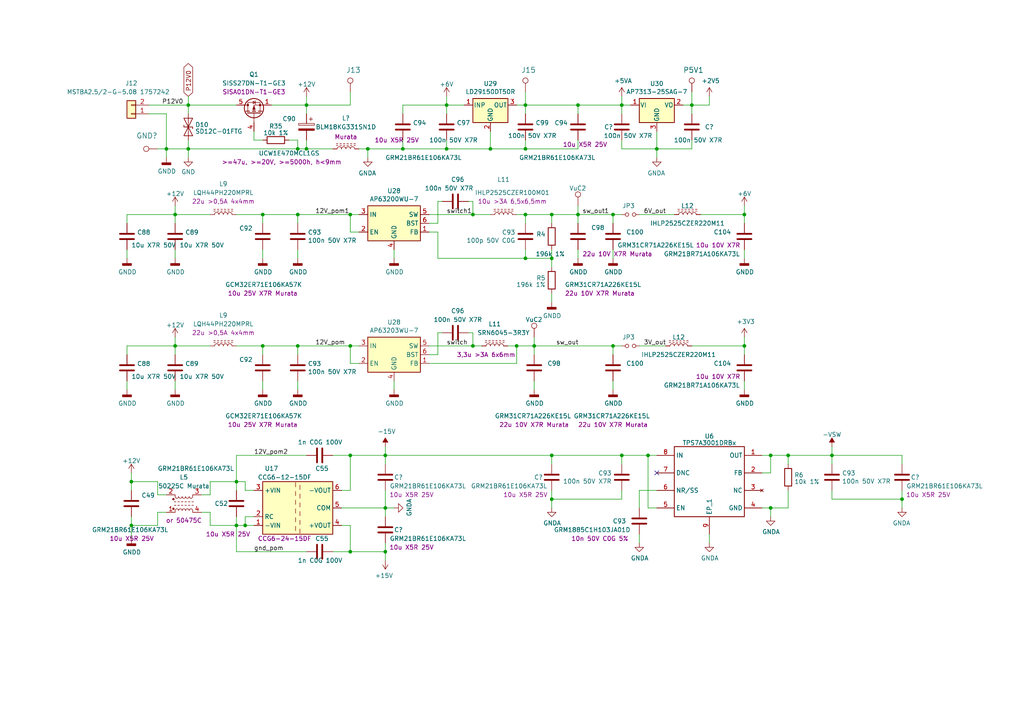
<source format=kicad_sch>
(kicad_sch (version 20230121) (generator eeschema)
  (paper "A4")
  (title_block (title "MOT coils current 100A controller ") (date "2023-11-27") (rev "2_Artiq") (company "Nicolaus Copernicus University in Toruń") (comment 1 "KL FAMO") (comment 2 "Kasli / Sinara compatible version") (comment 4 "designed by Adam Ledziński"))
  (junction (at 152.4 62.23))
  (junction (at 76.2 100.33))
  (junction (at 190.5 43.18))
  (junction (at 160.02 74.93))
  (junction (at 54.61 30.48))
  (junction (at 223.52 132.08))
  (junction (at 116.84 43.18))
  (junction (at 177.8 100.33))
  (junction (at 38.1 139.7))
  (junction (at 68.58 139.7))
  (junction (at 160.02 144.78))
  (junction (at 149.86 100.33))
  (junction (at 88.9 43.18))
  (junction (at 129.54 43.18))
  (junction (at 86.36 100.33))
  (junction (at 71.12 152.4))
  (junction (at 50.8 100.33))
  (junction (at 101.6 100.33))
  (junction (at 137.16 62.23))
  (junction (at 180.34 30.48))
  (junction (at 76.2 62.23))
  (junction (at 160.02 62.23))
  (junction (at 167.64 62.23))
  (junction (at 241.3 132.08))
  (junction (at 68.58 152.4))
  (junction (at 177.8 62.23))
  (junction (at 101.6 132.08))
  (junction (at 154.94 100.33))
  (junction (at 111.76 147.32))
  (junction (at 137.16 100.33))
  (junction (at 160.02 132.08))
  (junction (at 86.36 43.18))
  (junction (at 38.1 152.4))
  (junction (at 111.76 132.08))
  (junction (at 167.64 30.48))
  (junction (at 106.68 43.18))
  (junction (at 111.76 160.02))
  (junction (at 223.52 147.32))
  (junction (at 228.6 132.08))
  (junction (at 200.66 30.48))
  (junction (at 101.6 62.23))
  (junction (at 261.62 144.78))
  (junction (at 101.6 160.02))
  (junction (at 86.36 62.23))
  (junction (at 48.26 43.18))
  (junction (at 215.9 62.23))
  (junction (at 180.34 132.08))
  (junction (at 50.8 62.23))
  (junction (at 88.9 30.48))
  (junction (at 152.4 30.48))
  (junction (at 187.96 132.08))
  (junction (at 215.9 100.33))
  (junction (at 54.61 43.18))
  (junction (at 152.4 74.93))
  (junction (at 129.54 30.48))
  (junction (at 152.4 43.18))
  (junction (at 142.24 43.18))
  (no_connect (at 190.5 137.16))
  (wire (pts (xy 111.76 142.24) (xy 111.76 147.32)))
  (wire (pts (xy 129.54 30.48) (xy 129.54 33.02)))
  (wire (pts (xy 127 74.93) (xy 152.4 74.93)))
  (wire (pts (xy 180.34 100.33) (xy 177.8 100.33)))
  (wire (pts (xy 223.52 147.32) (xy 223.52 149.86)))
  (wire (pts (xy 205.74 154.94) (xy 205.74 157.48)))
  (wire (pts (xy 86.36 64.77) (xy 86.36 62.23)))
  (wire (pts (xy 190.5 43.18) (xy 200.66 43.18)))
  (wire (pts (xy 160.02 62.23) (xy 160.02 64.77)))
  (wire (pts (xy 241.3 132.08) (xy 261.62 132.08)))
  (wire (pts (xy 152.4 30.48) (xy 167.64 30.48)))
  (wire (pts (xy 71.12 142.24) (xy 71.12 139.7)))
  (wire (pts (xy 54.61 30.48) (xy 54.61 33.02)))
  (wire (pts (xy 101.6 62.23) (xy 104.14 62.23)))
  (wire (pts (xy 139.7 100.33) (xy 137.16 100.33)))
  (wire (pts (xy 149.86 105.41) (xy 149.86 100.33)))
  (wire (pts (xy 76.2 64.77) (xy 76.2 62.23)))
  (wire (pts (xy 68.58 139.7) (xy 68.58 142.24)))
  (wire (pts (xy 54.61 43.18) (xy 48.26 43.18)))
  (wire (pts (xy 160.02 132.08) (xy 160.02 134.62)))
  (wire (pts (xy 111.76 147.32) (xy 114.3 147.32)))
  (wire (pts (xy 167.64 72.39) (xy 167.64 74.93)))
  (wire (pts (xy 111.76 132.08) (xy 101.6 132.08)))
  (wire (pts (xy 48.26 148.59) (xy 45.72 148.59)))
  (wire (pts (xy 185.42 100.33) (xy 193.04 100.33)))
  (wire (pts (xy 128.27 96.52) (xy 127 96.52)))
  (wire (pts (xy 68.58 160.02) (xy 88.9 160.02)))
  (wire (pts (xy 114.3 113.03) (xy 114.3 110.49)))
  (wire (pts (xy 154.94 100.33) (xy 154.94 102.87)))
  (wire (pts (xy 36.83 113.03) (xy 36.83 110.49)))
  (wire (pts (xy 215.9 59.69) (xy 215.9 62.23)))
  (wire (pts (xy 185.42 147.32) (xy 185.42 142.24)))
  (wire (pts (xy 38.1 139.7) (xy 45.72 139.7)))
  (wire (pts (xy 86.36 102.87) (xy 86.36 100.33)))
  (wire (pts (xy 96.52 160.02) (xy 101.6 160.02)))
  (wire (pts (xy 124.46 62.23) (xy 137.16 62.23)))
  (wire (pts (xy 54.61 43.18) (xy 86.36 43.18)))
  (wire (pts (xy 99.06 147.32) (xy 111.76 147.32)))
  (wire (pts (xy 215.9 100.33) (xy 215.9 97.79)))
  (wire (pts (xy 54.61 43.18) (xy 54.61 40.64)))
  (wire (pts (xy 50.8 100.33) (xy 36.83 100.33)))
  (wire (pts (xy 111.76 147.32) (xy 111.76 149.86)))
  (wire (pts (xy 101.6 100.33) (xy 104.14 100.33)))
  (wire (pts (xy 223.52 132.08) (xy 223.52 137.16)))
  (wire (pts (xy 180.34 62.23) (xy 177.8 62.23)))
  (wire (pts (xy 88.9 27.94) (xy 88.9 30.48)))
  (wire (pts (xy 152.4 30.48) (xy 152.4 33.02)))
  (wire (pts (xy 228.6 132.08) (xy 241.3 132.08)))
  (wire (pts (xy 200.66 100.33) (xy 215.9 100.33)))
  (wire (pts (xy 200.66 43.18) (xy 200.66 40.64)))
  (wire (pts (xy 149.86 62.23) (xy 152.4 62.23)))
  (wire (pts (xy 68.58 152.4) (xy 68.58 160.02)))
  (wire (pts (xy 106.68 45.72) (xy 106.68 43.18)))
  (wire (pts (xy 86.36 113.03) (xy 86.36 110.49)))
  (wire (pts (xy 101.6 105.41) (xy 101.6 100.33)))
  (wire (pts (xy 48.26 33.02) (xy 48.26 43.18)))
  (wire (pts (xy 137.16 58.42) (xy 135.89 58.42)))
  (wire (pts (xy 160.02 85.09) (xy 160.02 87.63)))
  (wire (pts (xy 73.66 38.1) (xy 73.66 40.64)))
  (wire (pts (xy 111.76 129.54) (xy 111.76 132.08)))
  (wire (pts (xy 50.8 100.33) (xy 60.96 100.33)))
  (wire (pts (xy 142.24 43.18) (xy 142.24 38.1)))
  (wire (pts (xy 86.36 40.64) (xy 86.36 43.18)))
  (wire (pts (xy 180.34 43.18) (xy 190.5 43.18)))
  (wire (pts (xy 68.58 152.4) (xy 71.12 152.4)))
  (wire (pts (xy 54.61 27.94) (xy 54.61 30.48)))
  (wire (pts (xy 220.98 147.32) (xy 223.52 147.32)))
  (wire (pts (xy 60.96 143.51) (xy 60.96 139.7)))
  (wire (pts (xy 50.8 113.03) (xy 50.8 110.49)))
  (wire (pts (xy 50.8 59.69) (xy 50.8 62.23)))
  (wire (pts (xy 124.46 105.41) (xy 149.86 105.41)))
  (wire (pts (xy 215.9 113.03) (xy 215.9 110.49)))
  (wire (pts (xy 200.66 30.48) (xy 198.12 30.48)))
  (wire (pts (xy 50.8 62.23) (xy 60.96 62.23)))
  (wire (pts (xy 111.76 134.62) (xy 111.76 132.08)))
  (wire (pts (xy 50.8 97.79) (xy 50.8 100.33)))
  (wire (pts (xy 160.02 62.23) (xy 167.64 62.23)))
  (wire (pts (xy 68.58 152.4) (xy 68.58 149.86)))
  (wire (pts (xy 129.54 40.64) (xy 129.54 43.18)))
  (wire (pts (xy 177.8 113.03) (xy 177.8 110.49)))
  (wire (pts (xy 137.16 96.52) (xy 135.89 96.52)))
  (wire (pts (xy 38.1 152.4) (xy 38.1 156.21)))
  (wire (pts (xy 154.94 97.79) (xy 154.94 100.33)))
  (wire (pts (xy 73.66 40.64) (xy 76.2 40.64)))
  (wire (pts (xy 104.14 105.41) (xy 101.6 105.41)))
  (wire (pts (xy 76.2 102.87) (xy 76.2 100.33)))
  (wire (pts (xy 180.34 134.62) (xy 180.34 132.08)))
  (wire (pts (xy 111.76 160.02) (xy 101.6 160.02)))
  (wire (pts (xy 99.06 142.24) (xy 101.6 142.24)))
  (wire (pts (xy 167.64 30.48) (xy 167.64 33.02)))
  (wire (pts (xy 180.34 40.64) (xy 180.34 43.18)))
  (wire (pts (xy 86.36 74.93) (xy 86.36 72.39)))
  (wire (pts (xy 68.58 132.08) (xy 88.9 132.08)))
  (wire (pts (xy 38.1 139.7) (xy 38.1 142.24)))
  (wire (pts (xy 127 96.52) (xy 127 102.87)))
  (wire (pts (xy 124.46 67.31) (xy 127 67.31)))
  (wire (pts (xy 200.66 33.02) (xy 200.66 30.48)))
  (wire (pts (xy 45.72 148.59) (xy 45.72 152.4)))
  (wire (pts (xy 223.52 137.16) (xy 220.98 137.16)))
  (wire (pts (xy 167.64 59.69) (xy 167.64 62.23)))
  (wire (pts (xy 60.96 148.59) (xy 58.42 148.59)))
  (wire (pts (xy 190.5 38.1) (xy 190.5 43.18)))
  (wire (pts (xy 111.76 160.02) (xy 111.76 162.56)))
  (wire (pts (xy 86.36 100.33) (xy 101.6 100.33)))
  (wire (pts (xy 127 67.31) (xy 127 74.93)))
  (wire (pts (xy 106.68 43.18) (xy 104.14 43.18)))
  (wire (pts (xy 142.24 62.23) (xy 137.16 62.23)))
  (wire (pts (xy 177.8 62.23) (xy 177.8 64.77)))
  (wire (pts (xy 160.02 132.08) (xy 180.34 132.08)))
  (wire (pts (xy 215.9 74.93) (xy 215.9 72.39)))
  (wire (pts (xy 111.76 132.08) (xy 160.02 132.08)))
  (wire (pts (xy 152.4 74.93) (xy 160.02 74.93)))
  (wire (pts (xy 167.64 40.64) (xy 167.64 43.18)))
  (wire (pts (xy 241.3 129.54) (xy 241.3 132.08)))
  (wire (pts (xy 101.6 132.08) (xy 101.6 142.24)))
  (wire (pts (xy 45.72 43.18) (xy 48.26 43.18)))
  (wire (pts (xy 116.84 33.02) (xy 116.84 30.48)))
  (wire (pts (xy 261.62 132.08) (xy 261.62 134.62)))
  (wire (pts (xy 45.72 139.7) (xy 45.72 143.51)))
  (wire (pts (xy 128.27 58.42) (xy 127 58.42)))
  (wire (pts (xy 54.61 30.48) (xy 68.58 30.48)))
  (wire (pts (xy 152.4 40.64) (xy 152.4 43.18)))
  (wire (pts (xy 228.6 132.08) (xy 228.6 134.62)))
  (wire (pts (xy 177.8 100.33) (xy 177.8 102.87)))
  (wire (pts (xy 177.8 62.23) (xy 167.64 62.23)))
  (wire (pts (xy 137.16 96.52) (xy 137.16 100.33)))
  (wire (pts (xy 241.3 144.78) (xy 241.3 142.24)))
  (wire (pts (xy 185.42 62.23) (xy 195.58 62.23)))
  (wire (pts (xy 50.8 100.33) (xy 50.8 102.87)))
  (wire (pts (xy 76.2 74.93) (xy 76.2 72.39)))
  (wire (pts (xy 78.74 30.48) (xy 88.9 30.48)))
  (wire (pts (xy 129.54 30.48) (xy 134.62 30.48)))
  (wire (pts (xy 167.64 43.18) (xy 152.4 43.18)))
  (wire (pts (xy 104.14 67.31) (xy 101.6 67.31)))
  (wire (pts (xy 261.62 142.24) (xy 261.62 144.78)))
  (wire (pts (xy 203.2 62.23) (xy 215.9 62.23)))
  (wire (pts (xy 114.3 74.93) (xy 114.3 72.39)))
  (wire (pts (xy 86.36 62.23) (xy 101.6 62.23)))
  (wire (pts (xy 88.9 43.18) (xy 96.52 43.18)))
  (wire (pts (xy 58.42 143.51) (xy 60.96 143.51)))
  (wire (pts (xy 48.26 33.02) (xy 43.18 33.02)))
  (wire (pts (xy 73.66 149.86) (xy 71.12 149.86)))
  (wire (pts (xy 54.61 45.72) (xy 54.61 43.18)))
  (wire (pts (xy 152.4 43.18) (xy 142.24 43.18)))
  (wire (pts (xy 223.52 147.32) (xy 228.6 147.32)))
  (wire (pts (xy 167.64 62.23) (xy 167.64 64.77)))
  (wire (pts (xy 68.58 139.7) (xy 68.58 132.08)))
  (wire (pts (xy 68.58 152.4) (xy 60.96 152.4)))
  (wire (pts (xy 177.8 74.93) (xy 177.8 72.39)))
  (wire (pts (xy 88.9 30.48) (xy 101.6 30.48)))
  (wire (pts (xy 228.6 147.32) (xy 228.6 142.24)))
  (wire (pts (xy 76.2 100.33) (xy 86.36 100.33)))
  (wire (pts (xy 223.52 132.08) (xy 228.6 132.08)))
  (wire (pts (xy 152.4 62.23) (xy 160.02 62.23)))
  (wire (pts (xy 68.58 100.33) (xy 76.2 100.33)))
  (wire (pts (xy 152.4 30.48) (xy 149.86 30.48)))
  (wire (pts (xy 38.1 149.86) (xy 38.1 152.4)))
  (wire (pts (xy 180.34 144.78) (xy 180.34 142.24)))
  (wire (pts (xy 76.2 113.03) (xy 76.2 110.49)))
  (wire (pts (xy 160.02 144.78) (xy 160.02 147.32)))
  (wire (pts (xy 116.84 30.48) (xy 129.54 30.48)))
  (wire (pts (xy 215.9 100.33) (xy 215.9 102.87)))
  (wire (pts (xy 205.74 27.94) (xy 205.74 30.48)))
  (wire (pts (xy 99.06 152.4) (xy 101.6 152.4)))
  (wire (pts (xy 96.52 132.08) (xy 101.6 132.08)))
  (wire (pts (xy 45.72 143.51) (xy 48.26 143.51)))
  (wire (pts (xy 137.16 58.42) (xy 137.16 62.23)))
  (wire (pts (xy 160.02 144.78) (xy 180.34 144.78)))
  (wire (pts (xy 215.9 62.23) (xy 215.9 64.77)))
  (wire (pts (xy 88.9 43.18) (xy 86.36 43.18)))
  (wire (pts (xy 185.42 142.24) (xy 190.5 142.24)))
  (wire (pts (xy 261.62 144.78) (xy 241.3 144.78)))
  (wire (pts (xy 190.5 147.32) (xy 187.96 147.32)))
  (wire (pts (xy 241.3 134.62) (xy 241.3 132.08)))
  (wire (pts (xy 220.98 132.08) (xy 223.52 132.08)))
  (wire (pts (xy 101.6 160.02) (xy 101.6 152.4)))
  (wire (pts (xy 50.8 74.93) (xy 50.8 72.39)))
  (wire (pts (xy 187.96 132.08) (xy 190.5 132.08)))
  (wire (pts (xy 152.4 26.67) (xy 152.4 30.48)))
  (wire (pts (xy 187.96 147.32) (xy 187.96 132.08)))
  (wire (pts (xy 106.68 43.18) (xy 116.84 43.18)))
  (wire (pts (xy 180.34 27.94) (xy 180.34 30.48)))
  (wire (pts (xy 154.94 110.49) (xy 154.94 113.03)))
  (wire (pts (xy 71.12 139.7) (xy 68.58 139.7)))
  (wire (pts (xy 167.64 30.48) (xy 180.34 30.48)))
  (wire (pts (xy 38.1 137.16) (xy 38.1 139.7)))
  (wire (pts (xy 127 102.87) (xy 124.46 102.87)))
  (wire (pts (xy 111.76 157.48) (xy 111.76 160.02)))
  (wire (pts (xy 101.6 30.48) (xy 101.6 26.67)))
  (wire (pts (xy 73.66 142.24) (xy 71.12 142.24)))
  (wire (pts (xy 127 58.42) (xy 127 64.77)))
  (wire (pts (xy 60.96 152.4) (xy 60.96 148.59)))
  (wire (pts (xy 152.4 72.39) (xy 152.4 74.93)))
  (wire (pts (xy 124.46 100.33) (xy 137.16 100.33)))
  (wire (pts (xy 154.94 100.33) (xy 149.86 100.33)))
  (wire (pts (xy 160.02 72.39) (xy 160.02 74.93)))
  (wire (pts (xy 36.83 100.33) (xy 36.83 102.87)))
  (wire (pts (xy 152.4 62.23) (xy 152.4 64.77)))
  (wire (pts (xy 88.9 33.02) (xy 88.9 30.48)))
  (wire (pts (xy 149.86 100.33) (xy 147.32 100.33)))
  (wire (pts (xy 200.66 30.48) (xy 205.74 30.48)))
  (wire (pts (xy 190.5 43.18) (xy 190.5 45.72)))
  (wire (pts (xy 116.84 43.18) (xy 129.54 43.18)))
  (wire (pts (xy 185.42 154.94) (xy 185.42 157.48)))
  (wire (pts (xy 36.83 74.93) (xy 36.83 72.39)))
  (wire (pts (xy 60.96 139.7) (xy 68.58 139.7)))
  (wire (pts (xy 45.72 152.4) (xy 38.1 152.4)))
  (wire (pts (xy 50.8 62.23) (xy 50.8 64.77)))
  (wire (pts (xy 160.02 74.93) (xy 160.02 77.47)))
  (wire (pts (xy 127 64.77) (xy 124.46 64.77)))
  (wire (pts (xy 129.54 27.94) (xy 129.54 30.48)))
  (wire (pts (xy 116.84 43.18) (xy 116.84 40.64)))
  (wire (pts (xy 200.66 30.48) (xy 200.66 26.67)))
  (wire (pts (xy 50.8 62.23) (xy 36.83 62.23)))
  (wire (pts (xy 101.6 67.31) (xy 101.6 62.23)))
  (wire (pts (xy 71.12 149.86) (xy 71.12 152.4)))
  (wire (pts (xy 43.18 30.48) (xy 54.61 30.48)))
  (wire (pts (xy 160.02 142.24) (xy 160.02 144.78)))
  (wire (pts (xy 83.82 40.64) (xy 86.36 40.64)))
  (wire (pts (xy 261.62 144.78) (xy 261.62 147.32)))
  (wire (pts (xy 180.34 33.02) (xy 180.34 30.48)))
  (wire (pts (xy 76.2 62.23) (xy 86.36 62.23)))
  (wire (pts (xy 88.9 40.64) (xy 88.9 43.18)))
  (wire (pts (xy 129.54 43.18) (xy 142.24 43.18)))
  (wire (pts (xy 36.83 62.23) (xy 36.83 64.77)))
  (wire (pts (xy 48.26 43.18) (xy 48.26 45.72)))
  (wire (pts (xy 71.12 152.4) (xy 73.66 152.4)))
  (wire (pts (xy 180.34 132.08) (xy 187.96 132.08)))
  (wire (pts (xy 177.8 100.33) (xy 154.94 100.33)))
  (wire (pts (xy 68.58 62.23) (xy 76.2 62.23)))
  (wire (pts (xy 180.34 30.48) (xy 182.88 30.48)))
  (label "12V_pom" (at 91.44 100.33 0))
  (label "3V_out" (at 186.69 100.33 0))
  (label "sw_out" (at 161.29 100.33 0))
  (label "12V_pom1" (at 91.44 62.23 0))
  (label "sw_out1" (at 168.91 62.23 0))
  (label "gnd_pom" (at 73.66 160.02 0))
  (label "switch" (at 129.54 100.33 0))
  (label "P12V0" (at 46.99 30.48 0))
  (label "switch1" (at 129.54 62.23 0))
  (label "6V_out" (at 186.69 62.23 0))
  (label "12V_pom2" (at 73.66 132.08 0))
  (global_label "P12V0" (shape bidirectional) (at 54.61 27.94 90) (property "Intersheetrefs" "${INTERSHEET_REFS}" (effects hide)))
  (symbol (lib_id "Connector_Generic:Conn_01x02") (at 38.1 33.02 180) (unit 1)
    (property "Reference" "J12" (at 38.1 24.13 0))
    (property "Value" "MSTBA2.5/2-G-5.08 1757242" (at 34.29 26.67 0))
    (property "Footprint" "Connector_Phoenix_MSTB:PhoenixContact_MSTBA_2,5_2-G-5,08_1x02_P5.08mm_Horizontal" (effects hide))
    (instances (project "c100AvA" (path "" (reference "J12") (unit 1))) (project "current100A_Artiq" (path "" (reference "J1") (unit 1))))
  )
  (symbol (lib_id "power:GNDA") (at 106.68 45.72 0) (mirror y) (unit 1)
    (property "Reference" "#PWR?" (effects hide))
    (property "Value" "GNDA" (at 106.553 50.2158 0))
    (instances (project "c100AvA" (path "" (reference "#PWR?") (unit 1)) (path "" (reference "#PWR0143") (unit 1))) (project "current100A_Artiq" (path "" (reference "#PWR018") (unit 1))))
  )
  (symbol (lib_id "power:GNDD") (at 48.26 45.72 0) (unit 1)
    (property "Reference" "#PWR0141" (effects hide))
    (property "Value" "GNDD" (at 48.387 49.6824 0))
    (instances (project "c100AvA" (path "" (reference "#PWR0141") (unit 1))) (project "current100A_Artiq" (path "" (reference "#PWR07") (unit 1))))
  )
  (symbol (lib_id "c100AvA-rescue:L_Core_Ferrite-Device") (at 100.33 43.18 90) (unit 1)
    (property "Reference" "L?" (at 100.33 34.29 90))
    (property "Value" "BLM18KG331SN1D" (at 100.33 36.83 90))
    (property "Footprint" "Inductor_SMD:L_0603_1608Metric" (effects hide))
    (property "Comm" "Murata" (at 100.33 39.7002 90))
    (instances (project "c100AvA" (path "" (reference "L?") (unit 1)) (path "" (reference "L?") (unit 1)) (path "" (reference "L10") (unit 1))) (project "current100A_Artiq" (path "" (reference "L4") (unit 1))))
  )
  (symbol (lib_id "Device:C") (at 116.84 36.83 0) (unit 1)
    (property "Reference" "C94" (at 119.761 35.6362 0) (effects (justify left)))
    (property "Value" "GRM21BR61E106KA73L" (at 111.76 45.72 0) (effects (justify left)))
    (property "Footprint" "Capacitor_SMD:C_0805_2012Metric" (effects hide))
    (property "Comm" "10u X5R 25V " (at 115.57 40.64 0))
    (instances (project "c100AvA" (path "" (reference "C94") (unit 1)) (path "" (reference "C?") (unit 1))) (project "current100A_Artiq" (path "" (reference "C18") (unit 1))))
  )
  (symbol (lib_id "Device:C") (at 129.54 36.83 180) (unit 1)
    (property "Reference" "C97" (at 132.461 35.6362 0) (effects (justify right)))
    (property "Value" "100n 50V X7R" (at 124.46 40.64 0) (effects (justify right)))
    (property "Footprint" "Capacitor_SMD:C_0603_1608Metric" (effects hide))
    (instances (project "c100AvA" (path "" (reference "C97") (unit 1)) (path "" (reference "C?") (unit 1))) (project "current100A_Artiq" (path "" (reference "C19") (unit 1))))
  )
  (symbol (lib_id "current100A-rescue:L7805-Regulator_Linear") (at 142.24 30.48 0) (unit 1)
    (property "Reference" "U29" (at 142.24 24.257 0))
    (property "Value" "LD29150DT50R" (at 142.24 26.6192 0))
    (property "Footprint" "Package_TO_SOT_SMD:TO-252-2" (effects hide))
    (property "Datasheet" "https://www.st.com/content/ccc/resource/technical/document/datasheet/cc/41/70/73/f5/e6/40/50/CD00003403.pdf/files/CD00003403.pdf/jcr:content/translations/en.CD00003403.pdf" (effects hide))
    (instances (project "c100AvA" (path "" (reference "U29") (unit 1)) (path "" (reference "U?") (unit 1))) (project "current100A_Artiq" (path "" (reference "U4") (unit 1))))
  )
  (symbol (lib_id "Device:C") (at 152.4 36.83 180) (unit 1)
    (property "Reference" "C99" (at 155.321 35.6362 0) (effects (justify right)))
    (property "Value" "100n 50V X7R" (at 147.32 39.37 0) (effects (justify right)))
    (property "Footprint" "Capacitor_SMD:C_0603_1608Metric" (effects hide))
    (instances (project "c100AvA" (path "" (reference "C99") (unit 1)) (path "" (reference "C?") (unit 1))) (project "current100A_Artiq" (path "" (reference "C22") (unit 1))))
  )
  (symbol (lib_id "Connector:TestPoint") (at 152.4 26.67 0) (unit 1)
    (property "Reference" "J15" (at 151.13 20.32 0) (effects (font (size 1.524 1.524)) (justify left)))
    (property "Value" "TestPoint" (effects hide))
    (property "Footprint" "TestPoint:TestPoint_THTPad_1.5x1.5mm_Drill0.7mm" (effects hide))
    (instances (project "c100AvA" (path "" (reference "J15") (unit 1)) (path "" (reference "J?") (unit 1))) (project "current100A_Artiq" (path "" (reference "P5V1") (unit 1))))
  )
  (symbol (lib_id "Connector:TestPoint") (at 101.6 26.67 0) (unit 1)
    (property "Reference" "J13" (at 100.33 20.32 0) (effects (font (size 1.524 1.524)) (justify left)))
    (property "Value" "TestPoint" (effects hide))
    (property "Footprint" "TestPoint:TestPoint_THTPad_1.5x1.5mm_Drill0.7mm" (effects hide))
    (instances (project "c100AvA" (path "" (reference "J13") (unit 1)) (path "" (reference "J?") (unit 1))) (project "current100A_Artiq" (path "" (reference "P12V1") (unit 1))))
  )
  (symbol (lib_id "Connector:TestPoint") (at 45.72 43.18 90) (unit 1)
    (property "Reference" "GND?" (at 45.72 39.37 90) (effects (font (size 1.524 1.524)) (justify left)))
    (property "Value" "PAD" (effects hide))
    (property "Footprint" "TestPoint:TestPoint_Bridge_Pitch2.54mm_Drill1.0mm" (effects hide))
    (instances (project "c100AvA" (path "" (reference "GND?") (unit 1)) (path "" (reference "GND1") (unit 1))) (project "current100A_Artiq" (path "" (reference "GND1") (unit 1))))
  )
  (symbol (lib_id "power:+5VA") (at 180.34 27.94 0) (unit 1)
    (property "Reference" "#PWR0148" (effects hide))
    (property "Value" "+5VA" (at 180.721 23.4442 0))
    (instances (project "c100AvA" (path "" (reference "#PWR0148") (unit 1))) (project "current100A_Artiq" (path "" (reference "#PWR031") (unit 1))))
  )
  (symbol (lib_id "Regulator_Linear:APE8865NR-25-HF-3") (at 190.5 30.48 0) (unit 1)
    (property "Reference" "U30" (at 190.5 24.257 0))
    (property "Value" "AP7313-25SAG-7" (at 190.5 26.6192 0))
    (property "Footprint" "Package_TO_SOT_SMD:SOT-23" (effects hide))
    (property "Datasheet" "https://www.tme.eu/Document/863c8cbcd42f90a36fcf1f70fe984947/AP7313.pdf" (effects hide))
    (instances (project "c100AvA" (path "" (reference "U30") (unit 1))) (project "current100A_Artiq" (path "" (reference "U5") (unit 1))))
  )
  (symbol (lib_id "Device:C") (at 180.34 36.83 180) (unit 1)
    (property "Reference" "C?" (at 177.8 36.83 0) (effects (justify left)))
    (property "Value" "100n 50V X7R" (at 189.23 39.37 0) (effects (justify left)))
    (property "Footprint" "Capacitor_SMD:C_0603_1608Metric" (effects hide))
    (instances (project "c100AvA" (path "" (reference "C?") (unit 1)) (path "" (reference "C?") (unit 1)) (path "" (reference "C?") (unit 1)) (path "" (reference "C?") (unit 1)) (path "" (reference "C102") (unit 1))) (project "current100A_Artiq" (path "" (reference "C30") (unit 1))))
  )
  (symbol (lib_id "Device:C") (at 200.66 36.83 180) (unit 1)
    (property "Reference" "C?" (at 207.01 36.83 0) (effects (justify left)))
    (property "Value" "100n 50V X7R" (at 209.55 40.64 0) (effects (justify left)))
    (property "Footprint" "Capacitor_SMD:C_0603_1608Metric" (effects hide))
    (instances (project "c100AvA" (path "" (reference "C?") (unit 1)) (path "" (reference "C?") (unit 1)) (path "" (reference "C?") (unit 1)) (path "" (reference "C?") (unit 1)) (path "" (reference "C105") (unit 1))) (project "current100A_Artiq" (path "" (reference "C33") (unit 1))))
  )
  (symbol (lib_id "power:GNDA") (at 190.5 45.72 0) (mirror y) (unit 1)
    (property "Reference" "#PWR?" (effects hide))
    (property "Value" "GNDA" (at 190.373 50.2158 0))
    (instances (project "c100AvA" (path "" (reference "#PWR?") (unit 1)) (path "" (reference "#PWR0150") (unit 1))) (project "current100A_Artiq" (path "" (reference "#PWR033") (unit 1))))
  )
  (symbol (lib_id "Connector:TestPoint") (at 200.66 26.67 0) (unit 1)
    (property "Reference" "P5V1" (at 198.12 20.32 0) (effects (font (size 1.524 1.524)) (justify left)))
    (property "Value" "TestPoint" (effects hide))
    (property "Footprint" "TestPoint:TestPoint_THTPad_1.5x1.5mm_Drill0.7mm" (effects hide))
    (instances (project "c100AvA" (path "" (reference "P5V1") (unit 1)) (path "" (reference "P5V?") (unit 1))) (project "current100A_Artiq" (path "" (reference "P2V1") (unit 1))))
  )
  (symbol (lib_id "power:+2V5") (at 205.74 27.94 0) (unit 1)
    (property "Reference" "#PWR0153" (effects hide))
    (property "Value" "+2V5" (at 206.121 23.4442 0))
    (instances (project "c100AvA" (path "" (reference "#PWR0153") (unit 1))) (project "current100A_Artiq" (path "" (reference "#PWR034") (unit 1))))
  )
  (symbol (lib_id "Device:C") (at 50.8 106.68 0) (unit 1)
    (property "Reference" "C89" (at 53.721 105.4862 0) (effects (justify left)))
    (property "Value" "10u X7R 50V" (at 52.07 109.22 0) (effects (justify left)))
    (property "Footprint" "Capacitor_SMD:C_1210_3225Metric" (effects hide))
    (property "Comm" "Murata GRM32ER71H106KA12L" (effects hide))
    (instances (project "c100AvA" (path "" (reference "C89") (unit 1)) (path "" (reference "C?") (unit 1)) (path "" (reference "C?") (unit 1))) (project "current100A_Artiq" (path "" (reference "C7") (unit 1))))
  )
  (symbol (lib_id "Device:C") (at 36.83 106.68 0) (unit 1)
    (property "Reference" "C88" (at 39.751 105.4862 0) (effects (justify left)))
    (property "Value" "10u X7R 50V" (at 38.1 109.22 0) (effects (justify left)))
    (property "Footprint" "Capacitor_SMD:C_1210_3225Metric" (effects hide))
    (property "Comm" "Murata GRM32ER71H106KA12L" (effects hide))
    (instances (project "c100AvA" (path "" (reference "C88") (unit 1)) (path "" (reference "C?") (unit 1)) (path "" (reference "C?") (unit 1))) (project "current100A_Artiq" (path "" (reference "C4") (unit 1))))
  )
  (symbol (lib_id "power:GNDD") (at 36.83 113.03 0) (unit 1)
    (property "Reference" "#PWR0133" (effects hide))
    (property "Value" "GNDD" (at 36.957 116.9924 0))
    (instances (project "c100AvA" (path "" (reference "#PWR0133") (unit 1)) (path "" (reference "#PWR?") (unit 1))) (project "current100A_Artiq" (path "" (reference "#PWR04") (unit 1))))
  )
  (symbol (lib_id "power:GNDD") (at 50.8 113.03 0) (unit 1)
    (property "Reference" "#PWR0135" (effects hide))
    (property "Value" "GNDD" (at 50.927 116.9924 0))
    (instances (project "c100AvA" (path "" (reference "#PWR0135") (unit 1)) (path "" (reference "#PWR?") (unit 1))) (project "current100A_Artiq" (path "" (reference "#PWR011") (unit 1))))
  )
  (symbol (lib_id "c100AvA-rescue:CP-Device") (at 88.9 36.83 0) (mirror y) (unit 1)
    (property "Reference" "C90" (at 85.8266 34.4678 0) (effects (justify left)))
    (property "Value" "UCW1E470MCL1GS" (at 92.71 44.45 0) (effects (justify left)))
    (property "Footprint" "Capacitor_SMD:CP_Elec_6.3x7.7" (effects hide))
    (property "Comm" ">=47u, >=20V, >=5000h, h<9mm" (at 99.06 46.99 0) (effects (justify left)))
    (instances (project "c100AvA" (path "" (reference "C90") (unit 1))) (project "current100A_Artiq" (path "" (reference "C13") (unit 1))))
  )
  (symbol (lib_id "power:+12V") (at 50.8 59.69 0) (unit 1)
    (property "Reference" "#PWR08" (effects hide))
    (property "Value" "+12V" (at 50.8 56.1881 0))
  )
  (symbol (lib_id "Device:C") (at 76.2 106.68 0) (mirror y) (unit 1)
    (property "Reference" "C92" (at 73.279 104.3178 0) (effects (justify left)))
    (property "Value" "GCM32ER71E106KA57K" (at 87.63 120.65 0) (effects (justify left)))
    (property "Footprint" "Capacitor_SMD:C_1210_3225Metric" (effects hide))
    (property "Comm" "10u 25V X7R Murata" (at 86.36 123.19 0) (effects (justify left)))
    (instances (project "c100AvA" (path "" (reference "C92") (unit 1))) (project "powersc7" (path "" (reference "C45") (unit 1))) (project "current100A_Artiq" (path "" (reference "C10") (unit 1))))
  )
  (symbol (lib_id "power:GNDD") (at 114.3 74.93 0) (unit 1)
    (property "Reference" "#PWR0135" (effects hide))
    (property "Value" "GNDD" (at 114.427 78.8924 0))
    (instances (project "c100AvA" (path "" (reference "#PWR0135") (unit 1)) (path "" (reference "#PWR?") (unit 1))) (project "current100A_Artiq" (path "" (reference "#PWR021") (unit 1))))
  )
  (symbol (lib_id "Connector:TestPoint") (at 154.94 97.79 0) (unit 1)
    (property "Reference" "VuC2" (at 152.4 92.71 0) (effects (justify left)))
    (property "Value" "TestPoint" (effects hide))
    (property "Footprint" "TestPoint:TestPoint_THTPad_1.5x1.5mm_Drill0.7mm" (effects hide))
    (instances (project "c100AvA" (path "" (reference "VuC2") (unit 1))) (project "powersc7" (path "" (reference "VuC1") (unit 1))) (project "current100A_Artiq" (path "" (reference "VuC1") (unit 1))))
  )
  (symbol (lib_id "power:GNDD") (at 160.02 87.63 0) (unit 1)
    (property "Reference" "#PWR0135" (effects hide))
    (property "Value" "GNDD" (at 160.147 91.5924 0))
    (instances (project "c100AvA" (path "" (reference "#PWR0135") (unit 1)) (path "" (reference "#PWR?") (unit 1))) (project "current100A_Artiq" (path "" (reference "#PWR026") (unit 1))))
  )
  (symbol (lib_id "power:GNDD") (at 50.8 74.93 0) (unit 1)
    (property "Reference" "#PWR0135" (effects hide))
    (property "Value" "GNDD" (at 50.927 78.8924 0))
    (instances (project "c100AvA" (path "" (reference "#PWR0135") (unit 1)) (path "" (reference "#PWR?") (unit 1))) (project "current100A_Artiq" (path "" (reference "#PWR09") (unit 1))))
  )
  (symbol (lib_id "Regulator_Switching:AP63205WU") (at 114.3 102.87 0) (unit 1)
    (property "Reference" "U28" (at 114.3 93.472 0))
    (property "Value" "AP63203WU-7" (at 114.3 95.8342 0))
    (property "Footprint" "Package_TO_SOT_SMD:TSOT-23-6" (effects hide))
    (property "Datasheet" "https://www.diodes.com/assets/Datasheets/AP63200-AP63201-AP63203-AP63205.pdf" (effects hide))
    (instances (project "c100AvA" (path "" (reference "U28") (unit 1))) (project "powersc7" (path "" (reference "U18") (unit 1))) (project "current100A_Artiq" (path "" (reference "U3") (unit 1))))
  )
  (symbol (lib_id "Regulator_Switching:AP63200WU") (at 114.3 64.77 0) (unit 1)
    (property "Reference" "U28" (at 114.3 55.372 0))
    (property "Value" "AP63200WU-7" (at 114.3 57.7342 0))
    (property "Footprint" "Package_TO_SOT_SMD:TSOT-23-6" (effects hide))
    (property "Datasheet" "https://www.diodes.com/assets/Datasheets/AP63200-AP63201-AP63203-AP63205.pdf" (effects hide))
    (instances (project "c100AvA" (path "" (reference "U28") (unit 1))) (project "powersc7" (path "" (reference "U18") (unit 1))) (project "current100A_Artiq" (path "" (reference "U2") (unit 1))))
  )
  (symbol (lib_id "power:GNDA") (at 114.3 147.32 90) (unit 1)
    (property "Reference" "#PWR034" (effects hide))
    (property "Value" "GNDA" (at 118.6942 147.193 0))
    (instances (project "c100AvA" (path "" (reference "#PWR034") (unit 1))) (project "current100A_Artiq" (path "" (reference "#PWR0162") (unit 1)) (path "" (reference "#PWR023") (unit 1))))
  )
  (symbol (lib_id "powersc7-rescue:Jumper_NO_Small-Device") (at 182.88 100.33 0) (mirror y) (unit 1)
    (property "Reference" "JP3" (at 184.15 97.79 0) (effects (justify left)))
    (property "Value" "Jumper_NO_Small" (effects hide))
    (property "Footprint" "ff_lib_7:GS2_small" (effects hide))
    (instances (project "c100AvA" (path "" (reference "JP3") (unit 1))) (project "powersc7" (path "" (reference "JP2") (unit 1))) (project "current100A_Artiq" (path "" (reference "JP2") (unit 1))))
  )
  (symbol (lib_id "power:GNDD") (at 38.1 156.21 0) (unit 1)
    (property "Reference" "#PWR085" (effects hide))
    (property "Value" "GNDD" (at 38.227 160.1724 0))
    (instances (project "c100AvA" (path "" (reference "#PWR085") (unit 1))) (project "current100A_Artiq" (path "" (reference "#PWR0242") (unit 1)) (path "" (reference "#PWR06") (unit 1))))
  )
  (symbol (lib_id "power:GNDA") (at 261.62 147.32 0) (mirror y) (unit 1)
    (property "Reference" "#PWR034" (effects hide))
    (property "Value" "GNDA" (at 261.493 151.7142 0))
    (instances (project "c100AvA" (path "" (reference "#PWR034") (unit 1))) (project "current100A_Artiq" (path "" (reference "#PWR0162") (unit 1)) (path "" (reference "#PWR042") (unit 1))))
  )
  (symbol (lib_id "powersc7-rescue:L_Core_Ferrite-Device") (at 64.77 62.23 270) (mirror x) (unit 1)
    (property "Reference" "L9" (at 64.77 53.34 90))
    (property "Value" "LQH44PH220MPRL" (at 64.77 55.88 90))
    (property "Footprint" "ff_lib_7:L_MURATA_LQH44" (effects hide))
    (property "Comm" "22u >0,5A 4x4mm" (at 64.77 58.42 90))
    (instances (project "c100AvA" (path "" (reference "L9") (unit 1))) (project "powersc7" (path "" (reference "L2") (unit 1))) (project "current100A_Artiq" (path "" (reference "L2") (unit 1))))
  )
  (symbol (lib_id "power:+3V3") (at 215.9 97.79 0) (unit 1)
    (property "Reference" "#PWR0130" (effects hide))
    (property "Value" "+3V3" (at 216.281 93.2942 0))
    (instances (project "c100AvA" (path "" (reference "#PWR0130") (unit 1))) (project "current100A_Artiq" (path "" (reference "#PWR075") (unit 1)) (path "" (reference "#PWR038") (unit 1))))
  )
  (symbol (lib_id "Device:C") (at 132.08 96.52 270) (unit 1)
    (property "Reference" "C96" (at 130.81 90.17 90) (effects (justify left)))
    (property "Value" "100n 50V X7R" (at 125.73 92.71 90) (effects (justify left)))
    (property "Footprint" "Capacitor_SMD:C_0603_1608Metric" (effects hide))
    (instances (project "c100AvA" (path "" (reference "C96") (unit 1))) (project "powersc7" (path "" (reference "C51") (unit 1))) (project "current100A_Artiq" (path "" (reference "C21") (unit 1))))
  )
  (symbol (lib_id "Device:C") (at 154.94 106.68 0) (unit 1)
    (property "Reference" "C98" (at 158.75 105.41 0) (effects (justify left)))
    (property "Value" "GRM31CR71A226KE15L" (at 143.51 120.65 0) (effects (justify left)))
    (property "Footprint" "Capacitor_SMD:C_1206_3216Metric" (effects hide))
    (property "Comm" "22u 10V X7R Murata" (at 144.78 123.19 0) (effects (justify left)))
    (instances (project "c100AvA" (path "" (reference "C98") (unit 1))) (project "powersc7" (path "" (reference "C54") (unit 1))) (project "current100A_Artiq" (path "" (reference "C24") (unit 1))))
  )
  (symbol (lib_id "power:GNDA") (at 205.74 157.48 0) (unit 1)
    (property "Reference" "#PWR034" (effects hide))
    (property "Value" "GNDA" (at 205.867 161.8742 0))
    (instances (project "c100AvA" (path "" (reference "#PWR034") (unit 1))) (project "current100A_Artiq" (path "" (reference "#PWR0162") (unit 1)) (path "" (reference "#PWR035") (unit 1))))
  )
  (symbol (lib_id "power:+6V") (at 129.54 27.94 0) (unit 1)
    (property "Reference" "#PWR024" (effects hide))
    (property "Value" "+6V" (at 129.54 24.4381 0))
  )
  (symbol (lib_id "Device:C") (at 180.34 138.43 0) (mirror y) (unit 1)
    (property "Reference" "C93" (at 177.419 137.2362 0) (effects (justify left)))
    (property "Value" "100n 50V X7R" (at 177.419 139.5984 0) (effects (justify left)))
    (property "Footprint" "Capacitor_SMD:C_0603_1608Metric" (effects hide))
    (instances (project "c100AvA" (path "" (reference "C93") (unit 1))) (project "powersc7" (path "" (reference "C47") (unit 1))) (project "current100A_Artiq" (path "" (reference "C31") (unit 1))))
  )
  (symbol (lib_id "power:+12V") (at 50.8 97.79 0) (unit 1)
    (property "Reference" "#PWR010" (effects hide))
    (property "Value" "+12V" (at 50.8 94.2881 0))
  )
  (symbol (lib_id "power:GNDD") (at 76.2 74.93 0) (unit 1)
    (property "Reference" "#PWR0135" (effects hide))
    (property "Value" "GNDD" (at 76.327 78.8924 0))
    (instances (project "c100AvA" (path "" (reference "#PWR0135") (unit 1)) (path "" (reference "#PWR?") (unit 1))) (project "current100A_Artiq" (path "" (reference "#PWR013") (unit 1))))
  )
  (symbol (lib_id "Device:R") (at 160.02 68.58 0) (unit 1)
    (property "Reference" "R4" (at 158.242 67.9363 0) (effects (justify right)))
    (property "Value" "196k 1%" (at 163.83 73.66 0) (effects (justify right)))
    (property "Footprint" "Resistor_SMD:R_0603_1608Metric" (effects hide))
  )
  (symbol (lib_id "Device:C") (at 215.9 68.58 0) (mirror y) (unit 1)
    (property "Reference" "C104" (at 212.09 67.31 0) (effects (justify left)))
    (property "Value" "GRM21BR71A106KA73L" (at 214.63 73.66 0) (effects (justify left)))
    (property "Footprint" "Capacitor_SMD:C_0805_2012Metric" (effects hide))
    (property "Comm" "10u 10V X7R" (at 208.28 71.12 0))
    (instances (project "c100AvA" (path "" (reference "C104") (unit 1))) (project "powersc7" (path "" (reference "C61") (unit 1))) (project "current100A_Artiq" (path "" (reference "C34") (unit 1))))
  )
  (symbol (lib_id "Device:R") (at 160.02 81.28 0) (unit 1)
    (property "Reference" "R5" (at 158.242 80.6363 0) (effects (justify right)))
    (property "Value" "196k 1%" (at 158.242 82.5573 0) (effects (justify right)))
    (property "Footprint" "Resistor_SMD:R_0603_1608Metric" (effects hide))
  )
  (symbol (lib_id "ff:TDK_CCG6-10-xx-xxDx") (at 86.36 147.32 0) (unit 1)
    (property "Reference" "U17" (at 78.74 135.89 0))
    (property "Value" "CCG6-12-15DF" (at 82.55 138.43 0))
    (property "Footprint" "ff_lib_7:TDK_DCDC_CCG6_10" (effects hide))
    (property "Datasheet" "https://product.tdk.com/system/files/dam/doc/product/power/switching-power/dc-dc-converter/catalog/ccg1r5_10_e.pdf" (effects hide))
    (property "Comm" "CCG6-24-15DF" (at 82.55 156.21 0))
    (instances (project "c100AvA" (path "" (reference "U17") (unit 1)) (path "" (reference "U?") (unit 1))) (project "current100A_Artiq" (path "" (reference "U4") (unit 1)) (path "" (reference "U1") (unit 1))))
  )
  (symbol (lib_id "power:GNDD") (at 154.94 113.03 0) (unit 1)
    (property "Reference" "#PWR0135" (effects hide))
    (property "Value" "GNDD" (at 155.067 116.9924 0))
    (instances (project "c100AvA" (path "" (reference "#PWR0135") (unit 1)) (path "" (reference "#PWR?") (unit 1))) (project "current100A_Artiq" (path "" (reference "#PWR025") (unit 1))))
  )
  (symbol (lib_id "power:GNDD") (at 177.8 113.03 0) (unit 1)
    (property "Reference" "#PWR0135" (effects hide))
    (property "Value" "GNDD" (at 177.927 116.9924 0))
    (instances (project "c100AvA" (path "" (reference "#PWR0135") (unit 1)) (path "" (reference "#PWR?") (unit 1))) (project "current100A_Artiq" (path "" (reference "#PWR030") (unit 1))))
  )
  (symbol (lib_id "power:GNDD") (at 215.9 74.93 0) (unit 1)
    (property "Reference" "#PWR0135" (effects hide))
    (property "Value" "GNDD" (at 216.027 78.8924 0))
    (instances (project "c100AvA" (path "" (reference "#PWR0135") (unit 1)) (path "" (reference "#PWR?") (unit 1))) (project "current100A_Artiq" (path "" (reference "#PWR037") (unit 1))))
  )
  (symbol (lib_id "power:GNDD") (at 86.36 74.93 0) (unit 1)
    (property "Reference" "#PWR0135" (effects hide))
    (property "Value" "GNDD" (at 86.487 78.8924 0))
    (instances (project "c100AvA" (path "" (reference "#PWR0135") (unit 1)) (path "" (reference "#PWR?") (unit 1))) (project "current100A_Artiq" (path "" (reference "#PWR015") (unit 1))))
  )
  (symbol (lib_id "power:GNDA") (at 160.02 147.32 0) (unit 1)
    (property "Reference" "#PWR034" (effects hide))
    (property "Value" "GNDA" (at 160.147 151.7142 0))
    (instances (project "c100AvA" (path "" (reference "#PWR034") (unit 1))) (project "current100A_Artiq" (path "" (reference "#PWR0162") (unit 1)) (path "" (reference "#PWR027") (unit 1))))
  )
  (symbol (lib_id "Device:C") (at 68.58 146.05 0) (unit 1)
    (property "Reference" "C52" (at 62.23 146.05 0) (effects (justify left)))
    (property "Value" "GRM21BR61E106KA73L" (at 45.72 135.89 0) (effects (justify left)))
    (property "Footprint" "Capacitor_SMD:C_0805_2012Metric" (effects hide))
    (property "Comm" "10u X5R 25V" (at 59.69 154.94 0) (effects (justify left)))
    (instances (project "c100AvA" (path "" (reference "C52") (unit 1))) (project "current100A_Artiq" (path "" (reference "C121") (unit 1)) (path "" (reference "C8") (unit 1))))
  )
  (symbol (lib_id "power:GNDD") (at 36.83 74.93 0) (unit 1)
    (property "Reference" "#PWR0133" (effects hide))
    (property "Value" "GNDD" (at 36.957 78.8924 0))
    (instances (project "c100AvA" (path "" (reference "#PWR0133") (unit 1)) (path "" (reference "#PWR?") (unit 1))) (project "current100A_Artiq" (path "" (reference "#PWR03") (unit 1))))
  )
  (symbol (lib_id "power:-VSW") (at 241.3 129.54 0) (unit 1)
    (property "Reference" "#PWR049" (effects hide))
    (property "Value" "-VSW" (at 241.3 126.0381 0))
    (instances (project "current100A_Artiq" (path "" (reference "#PWR049") (unit 1)) (path "" (reference "#PWR041") (unit 1))))
  )
  (symbol (lib_id "power:GNDD") (at 177.8 74.93 0) (unit 1)
    (property "Reference" "#PWR0135" (effects hide))
    (property "Value" "GNDD" (at 177.927 78.8924 0))
    (instances (project "c100AvA" (path "" (reference "#PWR0135") (unit 1)) (path "" (reference "#PWR?") (unit 1))) (project "current100A_Artiq" (path "" (reference "#PWR029") (unit 1))))
  )
  (symbol (lib_id "powersc7-rescue:L_Core_Ferrite-Device") (at 64.77 100.33 270) (mirror x) (unit 1)
    (property "Reference" "L9" (at 64.77 91.44 90))
    (property "Value" "LQH44PH220MPRL" (at 64.77 93.98 90))
    (property "Footprint" "ff_lib_7:L_MURATA_LQH44" (effects hide))
    (property "Comm" "22u >0,5A 4x4mm" (at 64.77 96.52 90))
    (instances (project "c100AvA" (path "" (reference "L9") (unit 1))) (project "powersc7" (path "" (reference "L2") (unit 1))) (project "current100A_Artiq" (path "" (reference "L3") (unit 1))))
  )
  (symbol (lib_id "power:-15V") (at 111.76 129.54 0) (unit 1)
    (property "Reference" "#PWR033" (effects hide))
    (property "Value" "-15V" (at 112.141 125.1458 0))
    (instances (project "c100AvA" (path "" (reference "#PWR033") (unit 1))) (project "current100A_Artiq" (path "" (reference "#PWR0161") (unit 1)) (path "" (reference "#PWR019") (unit 1))))
  )
  (symbol (lib_id "Device:C") (at 177.8 106.68 0) (unit 1)
    (property "Reference" "C100" (at 181.61 105.41 0) (effects (justify left)))
    (property "Value" "GRM31CR71A226KE15L" (at 166.37 120.65 0) (effects (justify left)))
    (property "Footprint" "Capacitor_SMD:C_1206_3216Metric" (effects hide))
    (property "Comm" "22u 10V X7R Murata" (at 167.64 123.19 0) (effects (justify left)))
    (instances (project "c100AvA" (path "" (reference "C100") (unit 1))) (project "powersc7" (path "" (reference "C57") (unit 1))) (project "current100A_Artiq" (path "" (reference "C29") (unit 1))))
  )
  (symbol (lib_id "Device:C") (at 111.76 153.67 0) (unit 1)
    (property "Reference" "C?" (at 114.3 153.67 0) (effects (justify left)))
    (property "Value" "GRM21BR61E106KA73L" (at 113.03 156.21 0) (effects (justify left)))
    (property "Footprint" "Capacitor_SMD:C_0805_2012Metric" (effects hide))
    (property "Comm" "10u X5R 25V" (at 119.38 158.75 0))
    (instances (project "c100AvA" (path "" (reference "C?") (unit 1)) (path "" (reference "C?") (unit 1)) (path "" (reference "C58") (unit 1))) (project "current100A_Artiq" (path "" (reference "C127") (unit 1)) (path "" (reference "C17") (unit 1))))
  )
  (symbol (lib_id "Device:C") (at 38.1 146.05 0) (unit 1)
    (property "Reference" "C49" (at 41.021 143.6878 0) (effects (justify left)))
    (property "Value" "GRM21BR61E106KA73L" (at 26.67 153.67 0) (effects (justify left)))
    (property "Footprint" "Capacitor_SMD:C_0805_2012Metric" (effects hide))
    (property "Comm" "10u X5R 25V" (at 31.75 156.21 0) (effects (justify left)))
    (instances (project "c100AvA" (path "" (reference "C49") (unit 1))) (project "current100A_Artiq" (path "" (reference "C118") (unit 1)) (path "" (reference "C5") (unit 1))))
  )
  (symbol (lib_id "powersc7-rescue:L_Core_Ferrite-Device") (at 146.05 62.23 270) (mirror x) (unit 1)
    (property "Reference" "L11" (at 146.05 52.07 90))
    (property "Value" "IHLP2525CZER100M01" (at 148.59 55.88 90))
    (property "Footprint" "Inductor_SMD:L_Vishay_IHLP-2525" (effects hide))
    (property "Comm" "10u >3A 6,5x6,5mm" (at 148.59 58.42 90))
    (instances (project "c100AvA" (path "" (reference "L11") (unit 1))) (project "powersc7" (path "" (reference "L4") (unit 1))) (project "current100A_Artiq" (path "" (reference "L6") (unit 1))))
  )
  (symbol (lib_id "power:GNDD") (at 114.3 113.03 0) (unit 1)
    (property "Reference" "#PWR0135" (effects hide))
    (property "Value" "GNDD" (at 114.427 116.9924 0))
    (instances (project "c100AvA" (path "" (reference "#PWR0135") (unit 1)) (path "" (reference "#PWR?") (unit 1))) (project "current100A_Artiq" (path "" (reference "#PWR022") (unit 1))))
  )
  (symbol (lib_id "Device:C") (at 111.76 138.43 0) (unit 1)
    (property "Reference" "C?" (at 114.3 138.43 0) (effects (justify left)))
    (property "Value" "GRM21BR61E106KA73L" (at 113.03 140.97 0) (effects (justify left)))
    (property "Footprint" "Capacitor_SMD:C_0805_2012Metric" (effects hide))
    (property "Comm" "10u X5R 25V" (at 119.38 143.51 0))
    (instances (project "c100AvA" (path "" (reference "C?") (unit 1)) (path "" (reference "C?") (unit 1)) (path "" (reference "C58") (unit 1))) (project "current100A_Artiq" (path "" (reference "C127") (unit 1)) (path "" (reference "C16") (unit 1))))
  )
  (symbol (lib_id "Device:C") (at 132.08 58.42 270) (unit 1)
    (property "Reference" "C96" (at 130.81 52.07 90) (effects (justify left)))
    (property "Value" "100n 50V X7R" (at 123.19 54.61 90) (effects (justify left)))
    (property "Footprint" "Capacitor_SMD:C_0603_1608Metric" (effects hide))
    (instances (project "c100AvA" (path "" (reference "C96") (unit 1))) (project "powersc7" (path "" (reference "C51") (unit 1))) (project "current100A_Artiq" (path "" (reference "C20") (unit 1))))
  )
  (symbol (lib_id "ff:TPS7A3001DRBx") (at 205.74 137.16 0) (unit 1)
    (property "Reference" "U6" (at 205.74 126.5301 0))
    (property "Value" "TPS7A3001DRBx" (at 205.74 128.4511 0))
    (property "Footprint" "ff_lib_7:Texas_VSON-8_1EP_3x3mm_P0,65mm_vias" (effects hide))
    (property "Datasheet" "https://www.ti.com/lit/ds/symlink/tps7a30.pdf" (effects hide))
  )
  (symbol (lib_id "powersc7-rescue:L_Core_Ferrite-Device") (at 199.39 62.23 270) (mirror x) (unit 1)
    (property "Reference" "L12" (at 199.39 59.69 90))
    (property "Value" "IHLP2525CZER220M11" (at 199.39 64.77 90))
    (property "Footprint" "Inductor_SMD:L_Vishay_IHLP-2525" (effects hide))
    (property "Datasheet" "https://www.vishay.com/docs/34104/ihlp-2525cz-01.pdf" (effects hide))
    (instances (project "c100AvA" (path "" (reference "L12") (unit 1))) (project "powersc7" (path "" (reference "L6") (unit 1))) (project "current100A_Artiq" (path "" (reference "L8") (unit 1))))
  )
  (symbol (lib_id "Device:C") (at 92.71 132.08 270) (mirror x) (unit 1)
    (property "Reference" "C55" (at 91.44 135.89 90) (effects (justify left)))
    (property "Value" "1n C0G 100V" (at 86.36 128.27 90) (effects (justify left)))
    (property "Footprint" "Capacitor_SMD:C_0805_2012Metric" (effects hide))
    (instances (project "c100AvA" (path "" (reference "C55") (unit 1)) (path "" (reference "C?") (unit 1))) (project "current100A_Artiq" (path "" (reference "C124") (unit 1)) (path "" (reference "C14") (unit 1))))
  )
  (symbol (lib_id "power:GND") (at 54.61 45.72 0) (unit 1)
    (property "Reference" "#PWR01" (effects hide))
    (property "Value" "GND" (at 54.61 49.8555 0))
    (instances (project "current100A_Artiq" (path "" (reference "#PWR01") (unit 1)) (path "" (reference "#PWR012") (unit 1))))
  )
  (symbol (lib_id "power:GNDD") (at 76.2 113.03 0) (unit 1)
    (property "Reference" "#PWR0135" (effects hide))
    (property "Value" "GNDD" (at 76.327 116.9924 0))
    (instances (project "c100AvA" (path "" (reference "#PWR0135") (unit 1)) (path "" (reference "#PWR?") (unit 1))) (project "current100A_Artiq" (path "" (reference "#PWR014") (unit 1))))
  )
  (symbol (lib_id "power:GNDA") (at 223.52 149.86 0) (unit 1)
    (property "Reference" "#PWR034" (effects hide))
    (property "Value" "GNDA" (at 223.647 154.2542 0))
    (instances (project "c100AvA" (path "" (reference "#PWR034") (unit 1))) (project "current100A_Artiq" (path "" (reference "#PWR0162") (unit 1)) (path "" (reference "#PWR040") (unit 1))))
  )
  (symbol (lib_id "Device:C") (at 86.36 106.68 0) (unit 1)
    (property "Reference" "C93" (at 89.281 105.4862 0) (effects (justify left)))
    (property "Value" "100n 50V X7R" (at 89.281 107.8484 0) (effects (justify left)))
    (property "Footprint" "Capacitor_SMD:C_0603_1608Metric" (effects hide))
    (instances (project "c100AvA" (path "" (reference "C93") (unit 1))) (project "powersc7" (path "" (reference "C47") (unit 1))) (project "current100A_Artiq" (path "" (reference "C12") (unit 1))))
  )
  (symbol (lib_id "power:GNDD") (at 167.64 74.93 0) (unit 1)
    (property "Reference" "#PWR0135" (effects hide))
    (property "Value" "GNDD" (at 167.767 78.8924 0))
    (instances (project "c100AvA" (path "" (reference "#PWR0135") (unit 1)) (path "" (reference "#PWR?") (unit 1))) (project "current100A_Artiq" (path "" (reference "#PWR028") (unit 1))))
  )
  (symbol (lib_id "power:GNDA") (at 185.42 157.48 0) (unit 1)
    (property "Reference" "#PWR034" (effects hide))
    (property "Value" "GNDA" (at 185.547 161.8742 0))
    (instances (project "c100AvA" (path "" (reference "#PWR034") (unit 1))) (project "current100A_Artiq" (path "" (reference "#PWR0162") (unit 1)) (path "" (reference "#PWR032") (unit 1))))
  )
  (symbol (lib_id "Device:C") (at 92.71 160.02 270) (unit 1)
    (property "Reference" "C55" (at 91.44 156.21 90) (effects (justify left)))
    (property "Value" "1n C0G 100V" (at 86.36 162.56 90) (effects (justify left)))
    (property "Footprint" "Capacitor_SMD:C_0805_2012Metric" (effects hide))
    (instances (project "c100AvA" (path "" (reference "C55") (unit 1)) (path "" (reference "C?") (unit 1))) (project "current100A_Artiq" (path "" (reference "C124") (unit 1)) (path "" (reference "C15") (unit 1))))
  )
  (symbol (lib_id "power:GNDD") (at 86.36 113.03 0) (unit 1)
    (property "Reference" "#PWR0135" (effects hide))
    (property "Value" "GNDD" (at 86.487 116.9924 0))
    (instances (project "c100AvA" (path "" (reference "#PWR0135") (unit 1)) (path "" (reference "#PWR?") (unit 1))) (project "current100A_Artiq" (path "" (reference "#PWR016") (unit 1))))
  )
  (symbol (lib_id "powersc7-rescue:Jumper_NO_Small-Device") (at 182.88 62.23 0) (mirror y) (unit 1)
    (property "Reference" "JP3" (at 184.15 59.69 0) (effects (justify left)))
    (property "Value" "Jumper_NO_Small" (effects hide))
    (property "Footprint" "ff_lib_7:GS2_small" (effects hide))
    (instances (project "c100AvA" (path "" (reference "JP3") (unit 1))) (project "powersc7" (path "" (reference "JP2") (unit 1))) (project "current100A_Artiq" (path "" (reference "JP1") (unit 1))))
  )
  (symbol (lib_id "Device:C") (at 185.42 151.13 0) (mirror y) (unit 1)
    (property "Reference" "C93" (at 181.61 151.13 0) (effects (justify left)))
    (property "Value" "GRM1885C1H103JA01D" (at 182.88 153.67 0) (effects (justify left)))
    (property "Footprint" "Capacitor_SMD:C_0603_1608Metric" (effects hide))
    (property "Comm" "10n 50V C0G 5%" (at 173.99 156.21 0))
    (instances (project "c100AvA" (path "" (reference "C93") (unit 1))) (project "powersc7" (path "" (reference "C47") (unit 1))) (project "current100A_Artiq" (path "" (reference "C32") (unit 1))))
  )
  (symbol (lib_id "Device:C") (at 167.64 36.83 0) (mirror y) (unit 1)
    (property "Reference" "C94" (at 164.719 35.6362 0) (effects (justify left)))
    (property "Value" "GRM21BR61E106KA73L" (at 172.72 45.72 0) (effects (justify left)))
    (property "Footprint" "Capacitor_SMD:C_0805_2012Metric" (effects hide))
    (property "Comm" "10u X5R 25V " (at 170.18 41.91 0))
    (instances (project "c100AvA" (path "" (reference "C94") (unit 1)) (path "" (reference "C?") (unit 1))) (project "current100A_Artiq" (path "" (reference "C26") (unit 1))))
  )
  (symbol (lib_id "Connector:TestPoint") (at 167.64 59.69 0) (unit 1)
    (property "Reference" "VuC2" (at 165.1 54.61 0) (effects (justify left)))
    (property "Value" "TestPoint" (effects hide))
    (property "Footprint" "TestPoint:TestPoint_THTPad_1.5x1.5mm_Drill0.7mm" (effects hide))
    (instances (project "c100AvA" (path "" (reference "VuC2") (unit 1))) (project "powersc7" (path "" (reference "VuC1") (unit 1))) (project "current100A_Artiq" (path "" (reference "P6V1") (unit 1))))
  )
  (symbol (lib_id "Device:C") (at 152.4 68.58 0) (mirror y) (unit 1)
    (property "Reference" "C93" (at 149.479 67.3862 0) (effects (justify left)))
    (property "Value" "100p 50V C0G" (at 149.479 69.7484 0) (effects (justify left)))
    (property "Footprint" "Capacitor_SMD:C_0603_1608Metric" (effects hide))
    (instances (project "c100AvA" (path "" (reference "C93") (unit 1))) (project "powersc7" (path "" (reference "C47") (unit 1))) (project "current100A_Artiq" (path "" (reference "C23") (unit 1))))
  )
  (symbol (lib_id "powersc7-rescue:L_Core_Ferrite-Device") (at 143.51 100.33 270) (mirror x) (unit 1)
    (property "Reference" "L11" (at 143.51 93.98 90))
    (property "Value" "SRN6045-3R3Y" (at 146.05 96.52 90))
    (property "Footprint" "Inductor_SMD:L_Bourns-SRN6028" (effects hide))
    (property "Comm" "3,3u >3A 6x6mm" (at 140.97 102.87 90))
    (instances (project "c100AvA" (path "" (reference "L11") (unit 1))) (project "powersc7" (path "" (reference "L4") (unit 1))) (project "current100A_Artiq" (path "" (reference "L5") (unit 1))))
  )
  (symbol (lib_id "Transistor_FET:DMP3013SFV") (at 73.66 33.02 90) (unit 1)
    (property "Reference" "Q1" (at 73.66 21.59 90))
    (property "Value" "SISS27DN-T1-GE3" (at 73.66 24.13 90))
    (property "Footprint" "ff_lib_7:Diodes_PowerDI3333-8" (effects hide))
    (property "Datasheet" "https://www.diodes.com/assets/Datasheets/DMP3007SFG.pdf" (effects hide))
    (property "Comm" "SISA01DN-T1-GE3" (at 73.66 26.67 90))
  )
  (symbol (lib_id "Device:C") (at 177.8 68.58 0) (unit 1)
    (property "Reference" "C100" (at 181.61 67.31 0) (effects (justify left)))
    (property "Value" "GRM31CR71A226KE15L" (at 179.07 71.12 0) (effects (justify left)))
    (property "Footprint" "Capacitor_SMD:C_1206_3216Metric" (effects hide))
    (property "Comm" "22u 10V X7R Murata" (at 168.91 73.66 0) (effects (justify left)))
    (instances (project "c100AvA" (path "" (reference "C100") (unit 1))) (project "powersc7" (path "" (reference "C57") (unit 1))) (project "current100A_Artiq" (path "" (reference "C28") (unit 1))))
  )
  (symbol (lib_id "Device:C") (at 36.83 68.58 0) (unit 1)
    (property "Reference" "C88" (at 39.751 67.3862 0) (effects (justify left)))
    (property "Value" "10u X7R 50V" (at 38.1 71.12 0) (effects (justify left)))
    (property "Footprint" "Capacitor_SMD:C_1210_3225Metric" (effects hide))
    (property "Comm" "Murata GRM32ER71H106KA12L" (effects hide))
    (instances (project "c100AvA" (path "" (reference "C88") (unit 1)) (path "" (reference "C?") (unit 1)) (path "" (reference "C?") (unit 1))) (project "current100A_Artiq" (path "" (reference "C3") (unit 1))))
  )
  (symbol (lib_id "Device:C") (at 215.9 106.68 0) (mirror y) (unit 1)
    (property "Reference" "C104" (at 212.09 105.41 0) (effects (justify left)))
    (property "Value" "GRM21BR71A106KA73L" (at 214.63 111.76 0) (effects (justify left)))
    (property "Footprint" "Capacitor_SMD:C_0805_2012Metric" (effects hide))
    (property "Comm" "10u 10V X7R" (at 208.28 109.22 0))
    (instances (project "c100AvA" (path "" (reference "C104") (unit 1))) (project "powersc7" (path "" (reference "C61") (unit 1))) (project "current100A_Artiq" (path "" (reference "C35") (unit 1))))
  )
  (symbol (lib_id "c100AvA-rescue:L_Core_Ferrite_Coupled_1423-Device") (at 53.34 146.05 0) (mirror x) (unit 1)
    (property "Reference" "L5" (at 53.34 138.43 0))
    (property "Value" "50225C Murata" (at 53.34 140.97 0))
    (property "Footprint" "ff_lib_7:L_CommonMode_Murata_5000" (effects hide))
    (property "Datasheet" "https://www.murata-ps.com/pub/data/magnetics/kmp_5000c.pdf" (effects hide))
    (property "Comm" "or 50475C" (at 53.34 150.9522 0))
    (instances (project "c100AvA" (path "" (reference "L5") (unit 1))) (project "current100A_Artiq" (path "" (reference "L16") (unit 1)) (path "" (reference "L1") (unit 1))))
  )
  (symbol (lib_id "Device:C") (at 167.64 68.58 0) (unit 1)
    (property "Reference" "C98" (at 171.45 66.04 0) (effects (justify left)))
    (property "Value" "GRM31CR71A226KE15L" (at 163.83 82.55 0) (effects (justify left)))
    (property "Footprint" "Capacitor_SMD:C_1206_3216Metric" (effects hide))
    (property "Comm" "22u 10V X7R Murata" (at 163.83 85.09 0) (effects (justify left)))
    (instances (project "c100AvA" (path "" (reference "C98") (unit 1))) (project "powersc7" (path "" (reference "C54") (unit 1))) (project "current100A_Artiq" (path "" (reference "C27") (unit 1))))
  )
  (symbol (lib_id "Device:R") (at 228.6 138.43 0) (mirror y) (unit 1)
    (property "Reference" "R6" (at 230.378 137.7863 0) (effects (justify right)))
    (property "Value" "10k 1%" (at 230.378 139.7073 0) (effects (justify right)))
    (property "Footprint" "Resistor_SMD:R_0603_1608Metric" (effects hide))
  )
  (symbol (lib_id "power:+12V") (at 88.9 27.94 0) (unit 1)
    (property "Reference" "#PWR017" (effects hide))
    (property "Value" "+12V" (at 88.9 24.4381 0))
  )
  (symbol (lib_id "Device:C") (at 86.36 68.58 0) (unit 1)
    (property "Reference" "C93" (at 89.281 67.3862 0) (effects (justify left)))
    (property "Value" "100n 50V X7R" (at 89.281 69.7484 0) (effects (justify left)))
    (property "Footprint" "Capacitor_SMD:C_0603_1608Metric" (effects hide))
    (instances (project "c100AvA" (path "" (reference "C93") (unit 1))) (project "powersc7" (path "" (reference "C47") (unit 1))) (project "current100A_Artiq" (path "" (reference "C11") (unit 1))))
  )
  (symbol (lib_id "Diode:SD12_SOD323") (at 54.61 36.83 90) (unit 1)
    (property "Reference" "D10" (at 56.6166 36.1863 90) (effects (justify right)))
    (property "Value" "SD12C-01FTG" (at 56.6166 38.1073 90) (effects (justify right)))
    (property "Footprint" "Diode_SMD:D_SOD-323" (effects hide))
    (property "Datasheet" "https://www.littelfuse.com/~/media/electronics/datasheets/tvs_diode_arrays/littelfuse_tvs_diode_array_sd_c_datasheet.pdf.pdf" (effects hide))
    (instances (project "c100AvA" (path "" (reference "D10") (unit 1))) (project "current100A_Artiq" (path "" (reference "D1") (unit 1))))
  )
  (symbol (lib_id "power:GNDD") (at 215.9 113.03 0) (unit 1)
    (property "Reference" "#PWR0135" (effects hide))
    (property "Value" "GNDD" (at 216.027 116.9924 0))
    (instances (project "c100AvA" (path "" (reference "#PWR0135") (unit 1)) (path "" (reference "#PWR?") (unit 1))) (project "current100A_Artiq" (path "" (reference "#PWR039") (unit 1))))
  )
  (symbol (lib_id "powersc7-rescue:L_Core_Ferrite-Device") (at 196.85 100.33 270) (mirror x) (unit 1)
    (property "Reference" "L12" (at 196.85 97.79 90))
    (property "Value" "IHLP2525CZER220M11" (at 196.85 102.87 90))
    (property "Footprint" "Inductor_SMD:L_Vishay_IHLP-2525" (effects hide))
    (property "Datasheet" "https://www.vishay.com/docs/34104/ihlp-2525cz-01.pdf" (effects hide))
    (instances (project "c100AvA" (path "" (reference "L12") (unit 1))) (project "powersc7" (path "" (reference "L6") (unit 1))) (project "current100A_Artiq" (path "" (reference "L7") (unit 1))))
  )
  (symbol (lib_id "power:+6V") (at 215.9 59.69 0) (unit 1)
    (property "Reference" "#PWR036" (effects hide))
    (property "Value" "+6V" (at 215.9 56.1881 0))
  )
  (symbol (lib_id "Device:C") (at 261.62 138.43 0) (unit 1)
    (property "Reference" "C?" (at 264.16 138.43 0) (effects (justify left)))
    (property "Value" "GRM21BR61E106KA73L" (at 262.89 140.97 0) (effects (justify left)))
    (property "Footprint" "Capacitor_SMD:C_0805_2012Metric" (effects hide))
    (property "Comm" "10u X5R 25V" (at 269.24 143.51 0))
    (instances (project "c100AvA" (path "" (reference "C?") (unit 1)) (path "" (reference "C?") (unit 1)) (path "" (reference "C58") (unit 1))) (project "current100A_Artiq" (path "" (reference "C127") (unit 1)) (path "" (reference "C37") (unit 1))))
  )
  (symbol (lib_id "Device:C") (at 50.8 68.58 0) (unit 1)
    (property "Reference" "C89" (at 53.721 67.3862 0) (effects (justify left)))
    (property "Value" "10u X7R 50V" (at 52.07 71.12 0) (effects (justify left)))
    (property "Footprint" "Capacitor_SMD:C_1210_3225Metric" (effects hide))
    (property "Comm" "Murata GRM32ER71H106KA12L" (effects hide))
    (instances (project "c100AvA" (path "" (reference "C89") (unit 1)) (path "" (reference "C?") (unit 1)) (path "" (reference "C?") (unit 1))) (project "current100A_Artiq" (path "" (reference "C6") (unit 1))))
  )
  (symbol (lib_id "Device:R") (at 80.01 40.64 90) (unit 1)
    (property "Reference" "R35" (at 80.01 36.6141 90))
    (property "Value" "10k 1%" (at 80.01 38.5351 90))
    (property "Footprint" "Resistor_SMD:R_0603_1608Metric" (effects hide))
    (instances (project "c100AvA" (path "" (reference "R35") (unit 1))) (project "current100A_Artiq" (path "" (reference "R3") (unit 1))))
  )
  (symbol (lib_id "power:+15V") (at 111.76 162.56 180) (unit 1)
    (property "Reference" "#PWR038" (effects hide))
    (property "Value" "+15V" (at 111.379 166.9542 0))
    (instances (project "c100AvA" (path "" (reference "#PWR038") (unit 1))) (project "current100A_Artiq" (path "" (reference "#PWR0166") (unit 1)) (path "" (reference "#PWR020") (unit 1))))
  )
  (symbol (lib_id "Device:C") (at 160.02 138.43 0) (mirror y) (unit 1)
    (property "Reference" "C?" (at 157.48 138.43 0) (effects (justify left)))
    (property "Value" "GRM21BR61E106KA73L" (at 158.75 140.97 0) (effects (justify left)))
    (property "Footprint" "Capacitor_SMD:C_0805_2012Metric" (effects hide))
    (property "Comm" "10u X5R 25V" (at 152.4 143.51 0))
    (instances (project "c100AvA" (path "" (reference "C?") (unit 1)) (path "" (reference "C?") (unit 1)) (path "" (reference "C58") (unit 1))) (project "current100A_Artiq" (path "" (reference "C127") (unit 1)) (path "" (reference "C25") (unit 1))))
  )
  (symbol (lib_id "Device:C") (at 241.3 138.43 0) (unit 1)
    (property "Reference" "C93" (at 244.221 137.2362 0) (effects (justify left)))
    (property "Value" "100n 50V X7R" (at 244.221 139.5984 0) (effects (justify left)))
    (property "Footprint" "Capacitor_SMD:C_0603_1608Metric" (effects hide))
    (instances (project "c100AvA" (path "" (reference "C93") (unit 1))) (project "powersc7" (path "" (reference "C47") (unit 1))) (project "current100A_Artiq" (path "" (reference "C36") (unit 1))))
  )
  (symbol (lib_id "Device:C") (at 76.2 68.58 0) (mirror y) (unit 1)
    (property "Reference" "C92" (at 73.279 66.2178 0) (effects (justify left)))
    (property "Value" "GCM32ER71E106KA57K" (at 87.63 82.55 0) (effects (justify left)))
    (property "Footprint" "Capacitor_SMD:C_1210_3225Metric" (effects hide))
    (property "Comm" "10u 25V X7R Murata" (at 86.36 85.09 0) (effects (justify left)))
    (instances (project "c100AvA" (path "" (reference "C92") (unit 1))) (project "powersc7" (path "" (reference "C45") (unit 1))) (project "current100A_Artiq" (path "" (reference "C9") (unit 1))))
  )
  (symbol (lib_id "power:+12V") (at 38.1 137.16 0) (unit 1)
    (property "Reference" "#PWR05" (effects hide))
    (property "Value" "+12V" (at 38.1 133.6581 0))
  )
)
</source>
